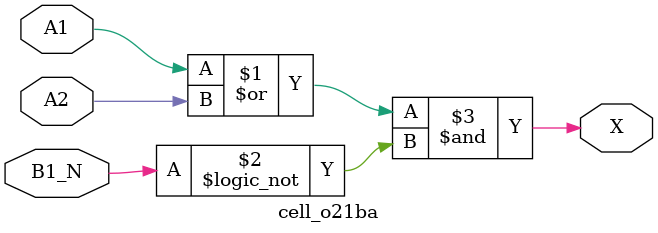
<source format=v>
`timescale 1ps/1ps
module cell_o21ba
(
    input wire A1,
    input wire A2,
    input wire B1_N,
    output wire X
);
    assign X = ((A1 | A2) & !B1_N);
endmodule

</source>
